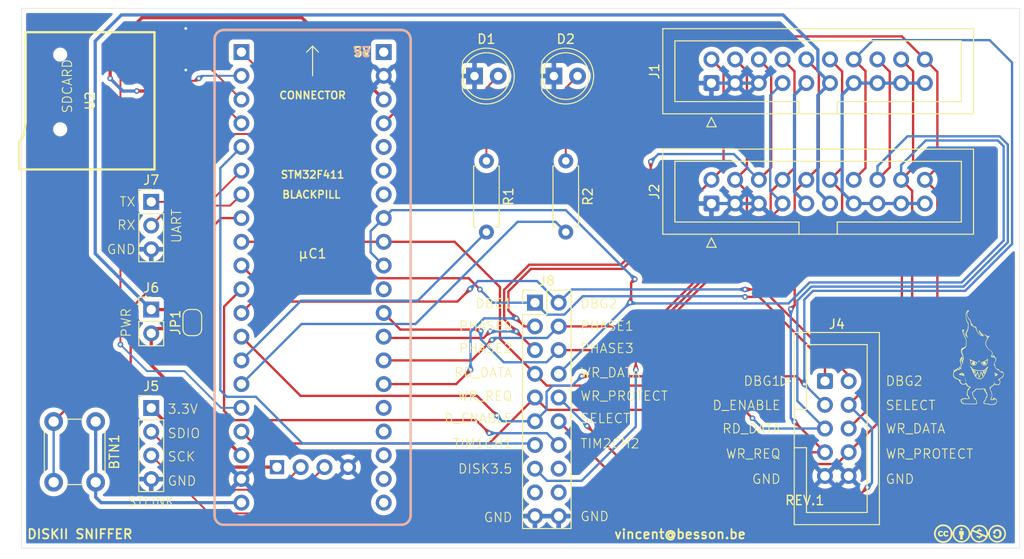
<source format=kicad_pcb>
(kicad_pcb (version 20240108) (generator "pcbnew") (generator_version "8.0")
  (layers (0 "F.Cu" signal) (31 "B.Cu" signal) (34 "B.Paste" user) (35 "F.Paste" user) (36 "B.SilkS" user "B.Silkscreen") (37 "F.SilkS" user "F.Silkscreen") (38 "B.Mask" user) (39 "F.Mask" user) (44 "Edge.Cuts" user))
  (net 0 "")
  (net 1 "PHASE1")
  (net 2 "PHASE3")
  (net 3 "A2_VCC")
  (net 4 "DEVICE_ENABLE")
  (net 5 "GND")
  (net 6 "P12")
  (net 7 "WR_REQ")
  (net 8 "RD_DATA")
  (net 9 "WR_PROTECT")
  (net 10 "DISK3.5")
  (net 11 "SELECT")
  (net 12 "TIM2ETR")
  (net 13 "PHASE0")
  (net 14 "PHASE2")
  (net 15 "M12")
  (net 16 "DEBUG1")
  (net 17 "DEBUG2")
  (net 18 "SCK")
  (net 19 "SDIO")
  (net 20 "+3.3V")
  (net 21 "PWR_IN")
  (net 22 "UART_RX")
  (net 23 "UART_TX")
  (net 24 "BTN1")
  (net 25 "3.3V")
  (net 26 "SPI_NSS")
  (net 27 "SD_EJECT")
  (net 28 "SPI_SCK")
  (net 29 "SPI_MOSI")
  (net 30 "SPI_MISO")
  (net 33 "TIM2CH2")
  (net 34 "LED1")
  (net 39 "TIM1CH1")
  (net 41 "LED2")
  (net 47 "Net-(D1-A)")
  (net 48 "Net-(D2-A)")
  (footprint "Connector_IDC:IDC-Header_2x10_P2.54mm_Vertical" (layer "F.Cu") (at 136.9 74.8 90)
    (property "Reference" "J2")
    (property "Value" "APPLE_SDISKII")
  )
  (footprint "LOGO" (layer "F.Cu") (at 165.7 110.151562)
    (property "Reference" " ")
    (property "Value" "LOGO" (hide yes))
  )
  (footprint "Button_Switch_THT:SW_PUSH_6mm" (layer "F.Cu") (at 70.95 98.15 -90)
    (property "Reference" "BTN1")
    (property "Value" "SW_Push")
  )
  (footprint "Resistor_THT:R_Axial_DIN0207_L6.3mm_D2.5mm_P7.62mm_Horizontal" (layer "F.Cu") (at 112.8 70.2375 -90)
    (property "Reference" "R1")
    (property "Value" "68R")
  )
  (footprint "Connector_PinHeader_2.54mm:PinHeader_2x10_P2.54mm_Vertical" (layer "F.Cu") (at 118 85.42)
    (property "Reference" "J8")
    (property "Value" "APPLE_SDISKII")
  )
  (footprint "Connector_PinHeader_2.54mm:PinHeader_1x03_P2.54mm_Vertical" (layer "F.Cu") (at 76.9 74.62)
    (property "Reference" "J7")
    (property "Value" "UART")
  )
  (footprint "Jumper:SolderJumper-2_P1.3mm_Open_RoundedPad1.0x1.5mm" (layer "F.Cu") (at 81.3 87.55 90)
    (property "Reference" "JP1")
    (property "Value" "SPST")
  )
  (footprint "Connector_PinHeader_2.54mm:PinHeader_1x04_P2.54mm_Vertical" (layer "F.Cu") (at 76.9 96.7)
    (property "Reference" "J5")
    (property "Value" "STLINK")
  )
  (footprint "sdisk_stm32:GCT-MEM2055-00-190-01-A" (layer "F.Cu") (at 78.45 63.8 90)
    (property "Reference" "U2")
    (property "Value" "MicroSD_SPI_CD")
  )
  (footprint "Stm32F411:snap" (layer "F.Cu") (at 165.59842 91.979603)
    (property "Reference" "G***" (hide yes))
    (property "Value" "LOGO" (hide yes))
  )
  (footprint "LED_THT:LED_D5.0mm" (layer "F.Cu") (at 111.525 61.1475)
    (property "Reference" "D1")
    (property "Value" "LED")
  )
  (footprint "acheron_Hardware.pretty-master:Mini_F4X1_STM32_VIB" (layer "F.Cu") (at 94.18 82.71)
    (property "Reference" "μC1")
    (property "Value" "BlackPill STMF4X1" (hide yes))
  )
  (footprint "Connector_IDC:IDC-Header_2x10_P2.54mm_Vertical" (layer "F.Cu") (at 136.9 61.9 90)
    (property "Reference" "J1")
    (property "Value" "APPLE_SDISKII")
  )
  (footprint "LED_THT:LED_D5.0mm" (layer "F.Cu") (at 120.025 61.1475)
    (property "Reference" "D2")
    (property "Value" "LED")
  )
  (footprint "Resistor_THT:R_Axial_DIN0207_L6.3mm_D2.5mm_P7.62mm_Horizontal" (layer "F.Cu") (at 121.3 70.2375 -90)
    (property "Reference" "R2")
    (property "Value" "68R")
  )
  (footprint "Connector_IDC:IDC-Header_2x05_P2.54mm_Vertical" (layer "F.Cu") (at 149.06 93.82)
    (property "Reference" "J4")
    (property "Value" "Conn_02x05_Odd_Even")
  )
  (footprint "Connector_PinHeader_2.54mm:PinHeader_1x02_P2.54mm_Vertical" (layer "F.Cu") (at 76.9 86.16)
    (property "Reference" "J6")
    (property "Value" "PWR")
  )
  (gr_rect (start 63 53.9) (end 169.9 111.7) (stroke (width 0.05)) (fill none) (layer "Edge.Cuts"))
  (gr_text "RD_DATA" (at 138 99.5 0) (layer "F.SilkS") (effects (font (size 1 1) (thickness 0.1)) (justify left bottom)))
  (gr_text "SCK" (at 78.6 102.5 0) (layer "F.SilkS") (effects (font (size 1 1) (thickness 0.1)) (justify left bottom)))
  (gr_text "DBG2\n" (at 155.5 94.4 0) (layer "F.SilkS") (effects (font (size 1 1) (thickness 0.1)) (justify left bottom)))
  (gr_text "PHASE2" (at 109.795237 90.9 0) (layer "F.SilkS") (effects (font (size 1 1) (thickness 0.1)) (justify left bottom)))
  (gr_text "PHASE3" (at 122.8 90.9 0) (layer "F.SilkS") (effects (font (size 1 1) (thickness 0.1)) (justify left bottom)))
  (gr_text "DISKII SNIFFER" (at 75 110.8 0) (layer "F.SilkS") (effects (font (size 1 1) (thickness 0.1875)) (justify right bottom)))
  (gr_text "D_ENABLE" (at 136.952381 97 0) (layer "F.SilkS") (effects (font (size 1 1) (thickness 0.1)) (justify left bottom)))
  (gr_text "SDCARD" (at 68.5 65.2 90) (layer "F.SilkS") (effects (font (size 1 1) (thickness 0.1)) (justify left bottom)))
  (gr_text "DBG1\n" (at 140.285715 94.4 0) (layer "F.SilkS") (effects (font (size 1 1) (thickness 0.1)) (justify left bottom)))
  (gr_text "TX" (at 73.433333 75.2 0) (layer "F.SilkS") (effects (font (size 1 1) (thickness 0.1)) (justify left bottom)))
  (gr_text "DISK3.5" (at 109.7 103.8 0) (layer "F.SilkS") (effects (font (size 1 1) (thickness 0.1)) (justify left bottom)))
  (gr_text "GND" (at 141.190477 104.9 0) (layer "F.SilkS") (effects (font (size 1 1) (thickness 0.1)) (justify left bottom)))
  (gr_text "PWR" (at 74.8 89.2 90) (layer "F.SilkS") (effects (font (size 1 1) (thickness 0.1)) (justify left bottom)))
  (gr_text "PHASE1" (at 122.8 88.5 0) (layer "F.SilkS") (effects (font (size 1 1) (thickness 0.1)) (justify left bottom)))
  (gr_text "D_ENABLE" (at 108.223808 98.4 0) (layer "F.SilkS") (effects (font (size 1 1) (thickness 0.1)) (justify left bottom)))
  (gr_text "GND" (at 78.6 105.1 0) (layer "F.SilkS") (effects (font (size 1 1) (thickness 0.1)) (justify left bottom)))
  (gr_text "PHASE0" (at 109.795237 88.5 0) (layer "F.SilkS") (effects (font (size 1 1) (thickness 0.1)) (justify left bottom)))
  (gr_text "TIM2CH2" (at 122.8 101.1 0) (layer "F.SilkS") (effects (font (size 1 1) (thickness 0.1)) (justify left bottom)))
  (gr_text "WR_REQ\n" (at 109.65238 96 0) (layer "F.SilkS") (effects (font (size 1 1) (thickness 0.1)) (justify left bottom)))
  (gr_text "3.3V" (at 78.6 97.4 0) (layer "F.SilkS") (effects (font (size 1 1) (thickness 0.1)) (justify left bottom)))
  (gr_text "SELECT" (at 122.8 98.4 0) (layer "F.SilkS") (effects (font (size 1 1) (thickness 0.1)) (justify left bottom)))
  (gr_text "SDIO" (at 78.6 100 0) (layer "F.SilkS") (effects (font (size 1 1) (thickness 0.1)) (justify left bottom)))
  (gr_text "UART" (at 80.2 79.1 90) (layer "F.SilkS") (effects (font (size 1 1) (thickness 0.1)) (justify left bottom)))
  (gr_text "WR_DATA" (at 155.5 99.5 0) (layer "F.SilkS") (effects (font (size 1 1) (thickness 0.1)) (justify left bottom)))
  (gr_text "GND" (at 122.8 108.9 0) (layer "F.SilkS") (effects (font (size 1 1) (thickness 0.1)) (justify left bottom)))
  (gr_text "TIM1CH1" (at 109.17619 101.1 0) (layer "F.SilkS") (effects (font (size 1 1) (thickness 0.1)) (justify left bottom)))
  (gr_text "WR_PROTECT" (at 122.8 96 0) (layer "F.SilkS") (effects (font (size 1 1) (thickness 0.1)) (justify left bottom)))
  (gr_text "WR_REQ" (at 138.380953 102.2 0) (layer "F.SilkS") (effects (font (size 1 1) (thickness 0.1)) (justify left bottom)))
  (gr_text "GND" (at 155.5 104.9 0) (layer "F.SilkS") (effects (font (size 1 1) (thickness 0.1)) (justify left bottom)))
  (gr_text "RX" (at 73.195238 77.7 0) (layer "F.SilkS") (effects (font (size 1 1) (thickness 0.1)) (justify left bottom)))
  (gr_text "WR_PROTECT" (at 155.5 102.2 0) (layer "F.SilkS") (effects (font (size 1 1) (thickness 0.1)) (justify left bottom)))
  (gr_text "WR_DATA" (at 122.8 93.5 0) (layer "F.SilkS") (effects (font (size 1 1) (thickness 0.1)) (justify left bottom)))
  (gr_text "DBG2" (at 122.8 86.1 0) (layer "F.SilkS") (effects (font (size 1 1) (thickness 0.1)) (justify left bottom)))
  (gr_text "GND" (at 112.461904 109 0) (layer "F.SilkS") (effects (font (size 1 1) (thickness 0.1)) (justify left bottom)))
  (gr_text "DBG1\n" (at 111.557142 86.1 0) (layer "F.SilkS") (effects (font (size 1 1) (thickness 0.1)) (justify left bottom)))
  (gr_text "REV.1" (at 146.9 106.6 0) (layer "F.SilkS") (effects (font (size 1 1))))
  (gr_text "SELECT" (at 155.5 97 0) (layer "F.SilkS") (effects (font (size 1 1) (thickness 0.1)) (justify left bottom)))
  (gr_text "RD_DATA" (at 109.271427 93.5 0) (layer "F.SilkS") (effects (font (size 1 1) (thickness 0.1)) (justify left bottom)))
  (gr_text "GND" (at 72.1 80.3 0) (layer "F.SilkS") (effects (font (size 1 1) (thickness 0.1)) (justify left bottom)))
  (gr_text "STLINK" (at 74.3 107.3 0) (layer "F.SilkS") (effects (font (size 1 1) (thickness 0.1)) (justify left bottom)))
  (gr_text "vincent@besson.be" (at 126.4 110.8 0) (layer "F.SilkS") (effects (font (size 1 1) (thickness 0.1875)) (justify left bottom)))
  (segment (start 113.4 89.4) (end 111.2 91.6) (width 0.25) (layer "F.Cu") (net 1))
  (segment (start 139.44 72.26) (end 140.7 73.52) (width 0.25) (layer "F.Cu") (net 1))
  (segment (start 111.2 91.6) (end 101.8 91.6) (width 0.25) (layer "F.Cu") (net 1))
  (segment (start 130.303604 87.96) (end 120.54 87.96) (width 0.25) (layer "F.Cu") (net 1))
  (segment (start 140.7 73.52) (end 140.7 77.563604) (width 0.25) (layer "F.Cu") (net 1))
  (segment (start 139.44 59.36) (end 140.7 60.62) (width 0.25) (layer "F.Cu") (net 1))
  (segment (start 140.7 60.62) (end 140.7 71) (width 0.25) (layer "F.Cu") (net 1))
  (segment (start 140.7 71) (end 139.44 72.26) (width 0.25) (layer "F.Cu") (net 1))
  (segment (start 140.7 77.563604) (end 130.303604 87.96) (width 0.25) (layer "F.Cu") (net 1))
  (via (at 113.4 89.4) (size 0.6) (drill 0.3) (layers "F.Cu" "B.Cu") (net 1))
  (segment (start 119.3 89.2) (end 120.54 87.96) (width 0.25) (layer "B.Cu") (net 1))
  (segment (start 113.6 89.2) (end 119.3 89.2) (width 0.25) (layer "B.Cu") (net 1))
  (segment (start 113.4 89.4) (end 113.6 89.2) (width 0.25) (layer "B.Cu") (net 1))
  (segment (start 112.2 88.46) (end 112.04 88.3) (width 0.25) (layer "F.Cu") (net 2))
  (segment (start 128.4 90.5) (end 120.54 90.5) (width 0.25) (layer "F.Cu") (net 2))
  (segment (start 145.8 60.64) (end 145.8 70.98) (width 0.25) (layer "F.Cu") (net 2))
  (segment (start 143.245676 75.654324) (end 128.4 90.5) (width 0.25) (layer "F.Cu") (net 2))
  (segment (start 103.58 88.3) (end 101.8 86.52) (width 0.25) (layer "F.Cu") (net 2))
  (segment (start 143.245676 73.534324) (end 143.245676 75.654324) (width 0.25) (layer "F.Cu") (net 2))
  (segment (start 144.52 72.26) (end 143.245676 73.534324) (width 0.25) (layer "F.Cu") (net 2))
  (segment (start 144.52 59.36) (end 145.8 60.64) (width 0.25) (layer "F.Cu") (net 2))
  (segment (start 112.04 88.3) (end 103.58 88.3) (width 0.25) (layer "F.Cu") (net 2))
  (segment (start 145.8 70.98) (end 144.52 72.26) (width 0.25) (layer "F.Cu") (net 2))
  (via (at 112.2 88.46) (size 0.6) (drill 0.3) (layers "F.Cu" "B.Cu") (net 2))
  (segment (start 114.651471 91.8) (end 119.24 91.8) (width 0.25) (layer "B.Cu") (net 2))
  (segment (start 112.2 89.348529) (end 114.651471 91.8) (width 0.25) (layer "B.Cu") (net 2))
  (segment (start 112.2 88.46) (end 112.2 89.348529) (width 0.25) (layer "B.Cu") (net 2))
  (segment (start 119.24 91.8) (end 120.54 90.5) (width 0.25) (layer "B.Cu") (net 2))
  (segment (start 76.9 86.16) (end 80.56 86.16) (width 0.35) (layer "F.Cu") (net 3))
  (segment (start 80.56 86.16) (end 81.3 86.9) (width 0.35) (layer "F.Cu") (net 3))
  (segment (start 148.3 58.324656) (end 144.575344 54.6) (width 0.35) (layer "B.Cu") (net 3))
  (segment (start 144.575344 54.6) (end 73.7 54.6) (width 0.35) (layer "B.Cu") (net 3))
  (segment (start 148.3 73.5) (end 149.6 74.8) (width 0.35) (layer "B.Cu") (net 3))
  (segment (start 148.3 60.6) (end 148.3 58.324656) (width 0.35) (layer "B.Cu") (net 3))
  (segment (start 148.45 63.05) (end 148.3 63.2) (width 0.35) (layer "B.Cu") (net 3))
  (segment (start 70.9 80.16) (end 76.9 86.16) (width 0.35) (layer "B.Cu") (net 3))
  (segment (start 70.9 57.4) (end 70.9 80.16) (width 0.35) (layer "B.Cu") (net 3))
  (segment (start 149.6 61.9) (end 148.3 60.6) (width 0.35) (layer "B.Cu") (net 3))
  (segment (start 149.6 61.9) (end 148.45 63.05) (width 0.35) (layer "B.Cu") (net 3))
  (segment (start 73.7 54.6) (end 70.9 57.4) (width 0.35) (layer "B.Cu") (net 3))
  (segment (start 148.3 63.2) (end 148.3 73.5) (width 0.35) (layer "B.Cu") (net 3))
  (segment (start 92.9 95.4) (end 86.56 89.06) (width 0.25) (layer "F.Cu") (net 4))
  (segment (start 146 93.3) (end 123 93.3) (width 0.25) (layer "F.Cu") (net 4))
  (segment (start 113.9 97.5) (end 111.8 95.4) (width 0.25) (layer "F.Cu") (net 4))
  (segment (start 146.85 94.15) (end 146 93.3) (width 0.25) (layer "F.Cu") (net 4))
  (segment (start 153.4 71) (end 152.14 72.26) (width 0.25) (layer "F.Cu") (net 4))
  (segment (start 111.8 95.4) (end 92.9 95.4) (width 0.25) (layer "F.Cu") (net 4))
  (segment (start 152.14 59.36) (end 153.4 60.62) (width 0.25) (layer "F.Cu") (net 4))
  (segment (start 153.4 60.62) (end 153.4 71) (width 0.25) (layer "F.Cu") (net 4))
  (via (at 113.9 97.5) (size 0.6) (drill 0.3) (layers "F.Cu" "B.Cu") (net 4))
  (via (at 146.85 94.15) (size 0.6) (drill 0.3) (layers "F.Cu" "B.Cu") (net 4))
  (via (at 123 93.3) (size 0.6) (drill 0.3) (layers "F.Cu" "B.Cu") (net 4))
  (segment (start 118 98.12) (end 114.52 98.12) (width 0.25) (layer "B.Cu") (net 4))
  (segment (start 122 94.3) (end 123 93.3) (width 0.25) (layer "B.Cu") (net 4))
  (segment (start 119.9 94.3) (end 122 94.3) (width 0.25) (layer "B.Cu") (net 4))
  (segment (start 169.1 79.133855) (end 164.083855 84.15) (width 0.25) (layer "B.Cu") (net 4))
  (segment (start 169.1 59.7) (end 169.1 79.133855) (width 0.25) (layer "B.Cu") (net 4))
  (segment (start 164.083855 84.15) (end 147.786396 84.15) (width 0.25) (layer "B.Cu") (net 4))
  (segment (start 119.244909 96.875091) (end 119.244909 94.955091) (width 0.25) (layer "B.Cu") (net 4))
  (segment (start 146.85 85.086396) (end 146.85 94.15) (width 0.25) (layer "B.Cu") (net 4))
  (segment (start 119.244909 94.955091) (end 119.9 94.3) (width 0.25) (layer "B.Cu") (net 4))
  (segment (start 147.786396 84.15) (end 146.85 85.086396) (width 0.25) (layer "B.Cu") (net 4))
  (segment (start 152.14 59.36) (end 154.2 57.3) (width 0.25) (layer "B.Cu") (net 4))
  (segment (start 114.52 98.12) (end 113.9 97.5) (width 0.25) (layer "B.Cu") (net 4))
  (segment (start 118 98.12) (end 119.244909 96.875091) (width 0.25) (layer "B.Cu") (net 4))
  (segment (start 154.2 57.3) (end 166.7 57.3) (width 0.25) (layer "B.Cu") (net 4))
  (segment (start 146.85 94.15) (end 149.06 96.36) (width 0.25) (layer "B.Cu") (net 4))
  (segment (start 166.7 57.3) (end 169.1 59.7) (width 0.25) (layer "B.Cu") (net 4))
  (segment (start 80.6 56.05) (end 80.65 56.05) (width 0.25) (layer "F.Cu") (net 5))
  (segment (start 77.65 60.55) (end 80.55 60.55) (width 0.35) (layer "F.Cu") (net 5))
  (segment (start 80.55 60.55) (end 80.6 60.5) (width 0.2) (layer "F.Cu") (net 5))
  (segment (start 77.05 56.05) (end 80.6 56.05) (width 0.25) (layer "F.Cu") (net 5))
  (via (at 80.6 56.05) (size 0.6) (drill 0.3) (layers "F.Cu" "B.Cu") (net 5))
  (via (at 80.6 60.5) (size 0.6) (drill 0.3) (layers "F.Cu" "B.Cu") (net 5))
  (segment (start 136.9 74.8) (end 141.98 74.8) (width 0.35) (layer "B.Cu") (net 5))
  (segment (start 136.9 61.9) (end 141.98 61.9) (width 0.35) (layer "B.Cu") (net 5))
  (segment (start 152.14 61.9) (end 150.9 63.14) (width 0.35) (layer "B.Cu") (net 6))
  (segment (start 152.14 74.8) (end 159.76 74.8) (width 0.35) (layer "B.Cu") (net 6))
  (segment (start 154.68 61.9) (end 159.76 61.9) (width 0.35) (layer "B.Cu") (net 6))
  (segment (start 150.9 73.56) (end 152.14 74.8) (width 0.35) (layer "B.Cu") (net 6))
  (segment (start 154.68 61.9) (end 152.14 61.9) (width 0.35) (layer "B.Cu") (net 6))
  (segment (start 150.9 63.14) (end 150.9 73.56) (width 0.35) (layer "B.Cu") (net 6))
  (segment (start 143.414303 101.44) (end 149.06 101.44) (width 0.25) (layer "F.Cu") (net 7))
  (segment (start 113.08 100.5) (end 87.84 100.5) (width 0.25) (layer "F.Cu") (net 7))
  (segment (start 148.4 70.92) (end 147.06 72.26) (width 0.25) (layer "F.Cu") (net 7))
  (segment (start 138.874303 96.9) (end 143.414303 101.44) (width 0.25) (layer "F.Cu") (net 7))
  (segment (start 147.06 59.36) (end 148.4 60.7) (width 0.25) (layer "F.Cu") (net 7))
  (segment (start 118 95.58) (end 119.32 96.9) (width 0.25) (layer "F.Cu") (net 7))
  (segment (start 145.818432 73.501568) (end 145.818432 85.681568) (width 0.25) (layer "F.Cu") (net 7))
  (segment (start 87.84 100.5) (end 86.56 99.22) (width 0.25) (layer "F.Cu") (net 7))
  (segment (start 147.06 72.26) (end 145.818432 73.501568) (width 0.25) (layer "F.Cu") (net 7))
  (segment (start 148.4 60.7) (end 148.4 70.92) (width 0.25) (layer "F.Cu") (net 7))
  (segment (start 145.818432 85.681568) (end 145.4 86.1) (width 0.25) (layer "F.Cu") (net 7))
  (segment (start 145.8 98.18) (end 149.06 101.44) (width 0.25) (layer "F.Cu") (net 7))
  (segment (start 119.32 96.9) (end 138.874303 96.9) (width 0.25) (layer "F.Cu") (net 7))
  (segment (start 118 95.58) (end 113.08 100.5) (width 0.25) (layer "F.Cu") (net 7))
  (via (at 145.4 86.1) (size 0.6) (drill 0.3) (layers "F.Cu" "B.Cu") (net 7))
  (via (at 145.8 98.18) (size 0.6) (drill 0.3) (layers "F.Cu" "B.Cu") (net 7))
  (segment (start 145.4 97.78) (end 145.4 86.1) (width 0.25) (layer "B.Cu") (net 7))
  (segment (start 145.8 98.18) (end 145.4 97.78) (width 0.25) (layer "B.Cu") (net 7))
  (segment (start 154.68 59.36) (end 156 60.68) (width 0.25) (layer "F.Cu") (net 8))
  (segment (start 156 70.94) (end 154.68 72.26) (width 0.25) (layer "F.Cu") (net 8))
  (segment (start 119.26 94.3) (end 137.8 94.3) (width 0.25) (layer "F.Cu") (net 8))
  (segment (start 101.8 78.9) (end 86.56 78.9) (width 0.25) (layer "F.Cu") (net 8))
  (segment (start 156 60.68) (end 156 70.94) (width 0.25) (layer "F.Cu") (net 8))
  (segment (start 114.25 83.75) (end 109.4 78.9) (width 0.25) (layer "F.Cu") (net 8))
  (segment (start 118 93.04) (end 114.25 89.29) (width 0.25) (layer "F.Cu") (net 8))
  (segment (start 118 93.04) (end 119.26 94.3) (width 0.25) (layer "F.Cu") (net 8))
  (segment (start 109.4 78.9) (end 101.8 78.9) (width 0.25) (layer "F.Cu") (net 8))
  (segment (start 137.8 94.3) (end 141.3 97.8) (width 0.25) (layer "F.Cu") (net 8))
  (segment (start 114.25 89.29) (end 114.25 83.75) (width 0.25) (layer "F.Cu") (net 8))
  (via (at 141.3 97.8) (size 0.6) (drill 0.3) (layers "F.Cu" "B.Cu") (net 8))
  (segment (start 157.9 67.6) (end 167.765685 67.6) (width 0.25) (layer "B.Cu") (net 8))
  (segment (start 142.4 98.9) (end 141.3 97.8) (width 0.25) (layer "B.Cu") (net 8))
  (segment (start 154.68 72.26) (end 154.68 70.82) (width 0.25) (layer "B.Cu") (net 8))
  (segment (start 149.06 98.9) (end 142.4 98.9) (width 0.25) (layer "B.Cu") (net 8))
  (segment (start 146.1 85.2) (end 146.1 95.94) (width 0.25) (layer "B.Cu") (net 8))
  (segment (start 167.765685 67.6) (end 168.65 68.484315) (width 0.25) (layer "B.Cu") (net 8))
  (segment (start 168.65 78.947459) (end 163.897459 83.7) (width 0.25) (layer "B.Cu") (net 8))
  (segment (start 163.897459 83.7) (end 147.6 83.7) (width 0.25) (layer "B.Cu") (net 8))
  (segment (start 168.65 68.484315) (end 168.65 78.947459) (width 0.25) (layer "B.Cu") (net 8))
  (segment (start 146.1 95.94) (end 149.06 98.9) (width 0.25) (layer "B.Cu") (net 8))
  (segment (start 154.68 70.82) (end 157.9 67.6) (width 0.25) (layer "B.Cu") (net 8))
  (segment (start 147.6 83.7) (end 146.1 85.2) (width 0.25) (layer "B.Cu") (net 8))
  (segment (start 159.76 59.36) (end 157.3 56.9) (width 0.25) (layer "F.Cu") (net 9))
  (segment (start 127.66 102.7) (end 150.34 102.7) (width 0.25) (layer "F.Cu") (net 9))
  (segment (start 159.76 72.26) (end 161.1 73.6) (width 0.25) (layer "F.Cu") (net 9))
  (segment (start 161.1 91.94) (end 151.6 101.44) (width 0.25) (layer "F.Cu") (net 9))
  (segment (start 150.34 102.7) (end 151.6 101.44) (width 0.25) (layer "F.Cu") (net 9))
  (segment (start 161.1 70.92) (end 159.76 72.26) (width 0.25) (layer "F.Cu") (net 9))
  (segment (start 123.58 98.62) (end 127.66 102.7) (width 0.25) (layer "F.Cu") (net 9))
  (segment (start 159.76 59.36) (end 161.1 60.7) (width 0.25) (layer "F.Cu") (net 9))
  (segment (start 161.1 60.7) (end 161.1 70.92) (width 0.25) (layer "F.Cu") (net 9))
  (segment (start 111.1 56.9) (end 101.8 66.2) (width 0.25) (layer "F.Cu") (net 9))
  (segment (start 161.1 73.6) (end 161.1 91.94) (width 0.25) (layer "F.Cu") (net 9))
  (segment (start 157.3 56.9) (end 111.1 56.9) (width 0.25) (layer "F.Cu") (net 9))
  (via (at 123.58 98.62) (size 0.6) (drill 0.3) (layers "F.Cu" "B.Cu") (net 9))
  (segment (start 123.58 98.62) (end 120.54 95.58) (width 0.25) (layer "B.Cu") (net 9))
  (segment (start 128.8 90.736396) (end 144.52 75.016396) (width 0.25) (layer "F.Cu") (net 10))
  (segment (start 128.8 92.6) (end 128.8 90.736396) (width 0.25) (layer "F.Cu") (net 10))
  (segment (start 144.52 75.016396) (end 144.52 74.8) (width 0.25) (layer "F.Cu") (net 10))
  (via (at 128.8 92.6) (size 0.6) (drill 0.3) (layers "F.Cu" "B.Cu") (net 10))
  (segment (start 143.2 63.22) (end 143.2 73.48) (width 0.25) (layer "B.Cu") (net 10))
  (segment (start 144.52 61.9) (end 143.2 63.22) (width 0.25) (layer "B.Cu") (net 10))
  (segment (start 143.2 73.48) (end 144.52 74.8) (width 0.25) (layer "B.Cu") (net 10))
  (segment (start 128.8 92.6) (end 128.8 98.7) (width 0.25) (layer "B.Cu") (net 10))
  (segment (start 119.3 104.5) (end 118 103.2) (width 0.25) (layer "B.Cu") (net 10))
  (segment (start 128.8 98.7) (end 123 104.5) (width 0.25) (layer "B.Cu") (net 10))
  (segment (start 123 104.5) (end 119.3 104.5) (width 0.25) (layer "B.Cu") (net 10))
  (segment (start 150.9 75.7) (end 157.3 82.1) (width 0.25) (layer "F.Cu") (net 11))
  (segment (start 157.3 82.1) (end 157.3 90.66) (width 0.25) (layer "F.Cu") (net 11))
  (segment (start 150.9 60.66) (end 150.9 70.96) (width 0.25) (layer "F.Cu") (net 11))
  (segment (start 128.42 106) (end 120.54 98.12) (width 0.25) (layer "F.Cu") (net 11))
  (segment (start 150.9 73.56) (end 150.9 75.7) (width 0.25) (layer "F.Cu") (net 11))
  (segment (start 149.6 59.36) (end 150.9 60.66) (width 0.25) (layer "F.Cu") (net 11))
  (segment (start 149.6 72.26) (end 150.9 73.56) (width 0.25) (layer "F.Cu") (net 11))
  (segment (start 150.9 70.96) (end 149.6 72.26) (width 0.25) (layer "F.Cu") (net 11))
  (segment (start 153.6 105.2) (end 152.8 106) (width 0.25) (layer "F.Cu") (net 11))
  (segment (start 157.3 90.66) (end 151.6 96.36) (width 0.25) (layer "F.Cu") (net 11))
  (segment (start 152.8 106) (end 128.42 106) (width 0.25) (layer "F.Cu") (net 11))
  (via (at 153.6 105.2) (size 0.6) (drill 0.3) (layers "F.Cu" "B.Cu") (net 11))
  (segment (start 154.1 104.7) (end 154.1 98.86) (width 0.25) (layer "B.Cu") (net 11))
  (segment (start 153.6 105.2) (end 154.1 104.7) (width 0.25) (layer "B.Cu") (net 11))
  (segment (start 154.1 98.86) (end 151.6 96.36) (width 0.25) (layer "B.Cu") (net 11))
  (segment (start 128.3 83.3) (end 128.3 85.3) (width 0.25) (layer "F.Cu") (net 12))
  (segment (start 157.22 59.36) (end 158.5 60.64) (width 0.25) (layer "F.Cu") (net 12))
  (segment (start 158.5 70.98) (end 157.22 72.26) (width 0.25) (layer "F.Cu") (net 12))
  (segment (start 128.7 82.9) (end 128.3 83.3) (width 0.25) (layer "F.Cu") (net 12))
  (segment (start 158.4 73.44) (end 158.4 92.1) (width 0.25) (layer "F.Cu") (net 12))
  (segment (start 157.22 72.26) (end 158.4 73.44) (width 0.25) (layer "F.Cu") (net 12))
  (segment (start 158.5 60.64) (end 158.5 70.98) (width 0.25) (layer "F.Cu") (net 12))
  (segment (start 158.4 92.1) (end 151.6 98.9) (width 0.25) (layer "F.Cu") (net 12))
  (via (at 128.7 82.9) (size 0.6) (drill 0.3) (layers "F.Cu" "B.Cu") (net 12))
  (via (at 128.18 85.4) (size 0.6) (drill 0.3) (layers "F.Cu" "B.Cu") (net 12))
  (segment (start 163.711063 83.25) (end 147.413604 83.25) (width 0.25) (layer "B.Cu") (net 12))
  (segment (start 167.579289 68.05) (end 168.2 68.670711) (width 0.25) (layer "B.Cu") (net 12))
  (segment (start 102.65 75.51) (end 121.31 75.51) (width 0.25) (layer "B.Cu") (net 12))
  (segment (start 168.2 78.761063) (end 163.711063 83.25) (width 0.25) (layer "B.Cu") (net 12))
  (segment (start 168.2 68.670711) (end 168.2 78.761063) (width 0.25) (layer "B.Cu") (net 12))
  (segment (start 128.18 85.4) (end 120.54 93.04) (width 0.25) (layer "B.Cu") (net 12))
  (segment (start 121.31 75.51) (end 128.7 82.9) (width 0.25) (layer "B.Cu") (net 12))
  (segment (start 101.8 76.36) (end 102.65 75.51) (width 0.25) (layer "B.Cu") (net 12))
  (segment (start 101.8 76.36) (end 100.4 77.76) (width 0.25) (layer "B.Cu") (net 12))
  (segment (start 128.28 85.5) (end 128.18 85.4) (width 0.25) (layer "B.Cu") (net 12))
  (segment (start 100.4 77.76) (end 100.4 80.04) (width 0.25) (layer "B.Cu") (net 12))
  (segment (start 145.163604 85.5) (end 128.28 85.5) (width 0.25) (layer "B.Cu") (net 12))
  (segment (start 159.85 68.05) (end 167.579289 68.05) (width 0.25) (layer "B.Cu") (net 12))
  (segment (start 157.22 70.68) (end 159.85 68.05) (width 0.25) (layer "B.Cu") (net 12))
  (segment (start 100.4 80.04) (end 101.8 81.44) (width 0.25) (layer "B.Cu") (net 12))
  (segment (start 157.22 72.26) (end 157.22 70.68) (width 0.25) (layer "B.Cu") (net 12))
  (segment (start 147.413604 83.25) (end 145.163604 85.5) (width 0.25) (layer "B.Cu") (net 12))
  (segment (start 138.2 70.96) (end 136.9 72.26) (width 0.25) (layer "F.Cu") (net 13))
  (segment (start 109.56 94.14) (end 101.8 94.14) (width 0.25) (layer "F.Cu") (net 13))
  (segment (start 138.2 60.66) (end 138.2 70.96) (width 0.25) (layer "F.Cu") (net 13))
  (segment (start 111.1 92.6) (end 109.56 94.14) (width 0.25) (layer "F.Cu") (net 13))
  (segment (start 117.57071 81.8) (end 115.15 84.22071) (width 0.25) (layer "F.Cu") (net 13))
  (segment (start 115.15 86.25) (end 116 87.1) (width 0.25) (layer "F.Cu") (net 13))
  (segment (start 116.86 87.96) (end 118 87.96) (width 0.25) (layer "F.Cu") (net 13))
  (segment (start 116 87.1) (end 116.86 87.96) (width 0.25) (layer "F.Cu") (net 13))
  (segment (start 136.9 59.36) (end 138.2 60.66) (width 0.25) (layer "F.Cu") (net 13))
  (segment (start 115.15 84.22071) (end 115.15 86.25) (width 0.25) (layer "F.Cu") (net 13))
  (segment (start 136.9 72.3) (end 127.4 81.8) (width 0.25) (layer "F.Cu") (net 13))
  (segment (start 136.9 72.26) (end 136.9 72.3) (width 0.25) (layer "F.Cu") (net 13))
  (segment (start 127.4 81.8) (end 117.57071 81.8) (width 0.25) (layer "F.Cu") (net 13))
  (via (at 116 87.1) (size 0.6) (drill 0.3) (layers "F.Cu" "B.Cu") (net 13))
  (via (at 111.1 92.6) (size 0.6) (drill 0.3) (layers "F.Cu" "B.Cu") (net 13))
  (segment (start 112.551471 87.1) (end 111.1 88.551471) (width 0.25) (layer "B.Cu") (net 13))
  (segment (start 111.1 88.551471) (end 111.1 92.6) (width 0.25) (layer "B.Cu") (net 13))
  (segment (start 113.1 87.1) (end 112.551471 87.1) (width 0.25) (layer "B.Cu") (net 13))
  (segment (start 116 87.1) (end 113.1 87.1) (width 0.25) (layer "B.Cu") (net 13))
  (segment (start 141.98 59.36) (end 143.3 60.68) (width 0.25) (layer "F.Cu") (net 14))
  (segment (start 130.4 78.163604) (end 130.4 70.313136) (width 0.25) (layer "F.Cu") (net 14))
  (segment (start 101.94 89.2) (end 101.8 89.06) (width 0.25) (layer "F.Cu") (net 14))
  (segment (start 112.5 89.2) (end 101.94 89.2) (width 0.25) (layer "F.Cu") (net 14))
  (segment (start 118 90.5) (end 116 88.5) (width 0.25) (layer "F.Cu") (net 14))
  (segment (start 130.4 70.313136) (end 130.406568 70.306568) (width 0.25) (layer "F.Cu") (net 14))
  (segment (start 127.213604 81.35) (end 130.4 78.163604) (width 0.25) (layer "F.Cu") (net 14))
  (segment (start 114.7 87.2) (end 114.7 84.034314) (width 0.25) (layer "F.Cu") (net 14))
  (segment (start 116 88.5) (end 114.7 87.2) (width 0.25) (layer "F.Cu") (net 14))
  (segment (start 113.2 88.5) (end 112.5 89.2) (width 0.25) (layer "F.Cu") (net 14))
  (segment (start 114.7 84.034314) (end 117.384314 81.35) (width 0.25) (layer "F.Cu") (net 14))
  (segment (start 143.3 60.68) (end 143.3 70.94) (width 0.25) (layer "F.Cu") (net 14))
  (segment (start 117.384314 81.35) (end 127.213604 81.35) (width 0.25) (layer "F.Cu") (net 14))
  (segment (start 143.3 70.94) (end 141.98 72.26) (width 0.25) (layer "F.Cu") (net 14))
  (via (at 113.2 88.5) (size 0.6) (drill 0.3) (layers "F.Cu" "B.Cu") (net 14))
  (via (at 130.406568 70.306568) (size 0.6) (drill 0.3) (layers "F.Cu" "B.Cu") (net 14))
  (via (at 116 88.5) (size 0.6) (drill 0.3) (layers "F.Cu" "B.Cu") (net 14))
  (segment (start 131.213135 69.5) (end 130.406568 70.306567) (width 0.25) (layer "B.Cu") (net 14))
  (segment (start 130.406568 70.306568) (end 130.406567 70.306568) (width 0.25) (layer "B.Cu") (net 14))
  (segment (start 130.406568 70.306567) (end 130.406568 70.306568) (width 0.25) (layer "B.Cu") (net 14))
  (segment (start 141.98 72.26) (end 140.83 71.11) (width 0.25) (layer "B.Cu") (net 14))
  (segment (start 116 88.5) (end 113.2 88.5) (width 0.25) (layer "B.Cu") (net 14))
  (segment (start 140.83 71.03) (end 139.3 69.5) (width 0.25) (layer "B.Cu") (net 14))
  (segment (start 140.83 71.11) (end 140.83 71.03) (width 0.25) (layer "B.Cu") (net 14))
  (segment (start 139.3 69.5) (end 131.213135 69.5) (width 0.25) (layer "B.Cu") (net 14))
  (segment (start 145.8 63.16) (end 145.8 73.54) (width 0.35) (layer "B.Cu") (net 15))
  (segment (start 147.06 61.9) (end 145.91 63.05) (width 0.35) (layer "B.Cu") (net 15))
  (segment (start 145.8 73.54) (end 145.91 73.65) (width 0.35) (layer "B.Cu") (net 15))
  (segment (start 145.91 63.05) (end 145.8 63.16) (width 0.35) (layer "B.Cu") (net 15))
  (segment (start 145.91 73.65) (end 147.06 74.8) (width 0.35) (layer "B.Cu") (net 15))
  (segment (start 140.5 84.8) (end 142.014314 84.8) (width 0.25) (layer "F.Cu") (net 16))
  (segment (start 87.92 82.8) (end 86.56 81.44) (width 0.25) (layer "F.Cu") (net 16))
  (segment (start 142.014314 84.8) (end 149.06 91.845686) (width 0.25) (layer "F.Cu") (net 16))
  (segment (start 149.06 91.845686) (end 149.06 93.82) (width 0.25) (layer "F.Cu") (net 16))
  (segment (start 112.1 84) (end 110.9 82.8) (width 0.25) (layer "F.Cu") (net 16))
  (segment (start 110.9 82.8) (end 87.92 82.8) (width 0.25) (layer "F.Cu") (net 16))
  (via (at 140.5 84.8) (size 0.6) (drill 0.3) (layers "F.Cu" "B.Cu") (net 16))
  (via (at 112.1 84) (size 0.6) (drill 0.3) (layers "F.Cu" "B.Cu") (net 16))
  (segment (start 113.52 85.42) (end 118 85.42) (width 0.25) (layer "B.Cu") (net 16))
  (segment (start 140.428781 84.728781) (end 123.120771 84.728781) (width 0.25) (layer "B.Cu") (net 16))
  (segment (start 140.5 84.8) (end 140.428781 84.728781) (width 0.25) (layer "B.Cu") (net 16))
  (segment (start 121.149552 86.7) (end 119.28 86.7) (width 0.25) (layer "B.Cu") (net 16))
  (segment (start 123.120771 84.728781) (end 121.149552 86.7) (width 0.25) (layer "B.Cu") (net 16))
  (segment (start 112.1 84) (end 113.52 85.42) (width 0.25) (layer "B.Cu") (net 16))
  (segment (start 119.28 86.7) (end 118 85.42) (width 0.25) (layer "B.Cu") (net 16))
  (segment (start 142.399997 83.999997) (end 151.6 93.2) (width 0.25) (layer "F.Cu") (net 17))
  (segment (start 151.6 93.2) (end 151.6 93.82) (width 0.25) (layer "F.Cu") (net 17))
  (segment (start 87.78 85.3) (end 86.56 86.52) (width 0.25) (layer "F.Cu") (net 17))
  (segment (start 111.05 83.95) (end 109.7 85.3) (width 0.25) (layer "F.Cu") (net 17))
  (segment (start 109.7 85.3) (end 87.78 85.3) (width 0.25) (layer "F.Cu") (net 17))
  (segment (start 140.5 83.999997) (end 142.399997 83.999997) (width 0.25) (layer "F.Cu") (net 17))
  (via (at 140.5 83.999997) (size 0.6) (drill 0.3) (layers "F.Cu" "B.Cu") (net 17))
  (via (at 111.05 83.95) (size 0.6) (drill 0.3) (layers "F.Cu" "B.Cu") (net 17))
  (segment (start 111.05 83.95) (end 111.9 83.1) (width 0.25) (layer "B.Cu") (net 17))
  (segment (start 111.9 83.1) (end 118.22 83.1) (width 0.25) (layer "B.Cu") (net 17))
  (segment (start 140.5 83.999997) (end 140.499997 84) (width 0.25) (layer "B.Cu") (net 17))
  (segment (start 121.96 84) (end 120.54 85.42) (width 0.25) (layer "B.Cu") (net 17))
  (segment (start 118.22 83.1) (end 120.54 85.42) (width 0.25) (layer "B.Cu") (net 17))
  (segment (start 140.499997 84) (end 121.96 84) (width 0.25) (layer "B.Cu") (net 17))
  (segment (start 83.11 107.99) (end 76.9 101.78) (width 0.2) (layer "F.Cu") (net 18))
  (segment (start 95.45 103.03) (end 90.49 107.99) (width 0.2) (layer "F.Cu") (net 18))
  (segment (start 90.49 107.99) (end 83.11 107.99) (width 0.2) (layer "F.Cu") (net 18))
  (segment (start 92.91 103.03) (end 90.49 105.45) (width 0.2) (layer "F.Cu") (net 19))
  (segment (start 83.11 105.45) (end 76.9 99.24) (width 0.2) (layer "F.Cu") (net 19))
  (segment (start 90.49 105.45) (end 83.11 105.45) (width 0.2) (layer "F.Cu") (net 19))
  (segment (start 83.23 103.03) (end 76.9 96.7) (width 0.35) (layer "F.Cu") (net 20))
  (segment (start 93.04 54.9) (end 101.8 63.66) (width 0.35) (layer "F.Cu") (net 20))
  (segment (start 75.35 62.75) (end 77.65 62.75) (width 0.35) (layer "F.Cu") (net 20))
  (segment (start 75.9 54.9) (end 93.04 54.9) (width 0.35) (layer "F.Cu") (net 20))
  (segment (start 72.5 61.4) (end 72.5 58.3) (width 0.35) (layer "F.Cu") (net 20))
  (segment (start 72.5 58.3) (end 75.9 54.9) (width 0.35) (layer "F.Cu") (net 20))
  (segment (start 90.37 103.03) (end 83.23 103.03) (width 0.35) (layer "F.Cu") (net 20))
  (via (at 75.35 62.75) (size 0.6) (drill 0.3) (layers "F.Cu" "B.Cu") (net 20))
  (via (at 72.5 61.4) (size 0.6) (drill 0.3) (layers "F.Cu" "B.Cu") (net 20))
  (segment (start 73.85 62.75) (end 75.35 62.75) (width 0.35) (layer "B.Cu") (net 20))
  (segment (start 72.5 61.4) (end 73.85 62.75) (width 0.35) (layer "B.Cu") (net 20))
  (segment (start 77.5 88.2) (end 81.3 88.2) (width 0.35) (layer "F.Cu") (net 21))
  (segment (start 76.9 88.7) (end 77 88.7) (width 0.2) (layer "F.Cu") (net 21))
  (segment (start 86.56 101.76) (end 76.9 92.1) (width 0.35) (layer "F.Cu") (net 21))
  (segment (start 76.9 92.1) (end 76.9 88.7) (width 0.35) (layer "F.Cu") (net 21))
  (segment (start 77 88.7) (end 77.5 88.2) (width 0.2) (layer "F.Cu") (net 21))
  (segment (start 86.56 73.82) (end 85.36 75.02) (width 0.2) (layer "F.Cu") (net 22))
  (segment (start 85.36 75.02) (end 79.04 75.02) (width 0.2) (layer "F.Cu") (net 22))
  (segment (start 79.04 75.02) (end 76.9 77.16) (width 0.2) (layer "F.Cu") (net 22))
  (segment (start 86.56 71.28) (end 83.22 74.62) (width 0.2) (layer "F.Cu") (net 23))
  (segment (start 83.22 74.62) (end 76.9 74.62) (width 0.2) (layer "F.Cu") (net 23))
  (segment (start 84.4 76.36) (end 86.56 76.36) (width 0.25) (layer "F.Cu") (net 24))
  (segment (start 74.7 92.8) (end 74.7 86.06) (width 0.25) (layer "F.Cu") (net 24))
  (segment (start 74.7 86.06) (end 84.4 76.36) (width 0.25) (layer "F.Cu") (net 24))
  (segment (start 70.3 94.3) (end 73.2 94.3) (width 0.25) (layer "F.Cu") (net 24))
  (segment (start 66.45 98.15) (end 70.3 94.3) (width 0.25) (layer "F.Cu") (net 24))
  (segment (start 73.2 94.3) (end 74.7 92.8) (width 0.25) (layer "F.Cu") (net 24))
  (segment (start 66.45 98.15) (end 66.45 104.65) (width 0.25) (layer "B.Cu") (net 24))
  (segment (start 86.56 106.84) (end 71.54 106.84) (width 0.35) (layer "B.Cu") (net 25))
  (segment (start 70.95 106.25) (end 70.95 104.65) (width 0.35) (layer "B.Cu") (net 25))
  (segment (start 71.54 106.84) (end 70.95 106.25) (width 0.35) (layer "B.Cu") (net 25))
  (segment (start 70.95 104.65) (end 70.95 98.15) (width 0.35) (layer "B.Cu") (net 25))
  (segment (start 88.1 60.12) (end 88.1 66.7) (width 0.2) (layer "F.Cu") (net 26))
  (segment (start 78.3 64.95) (end 77.65 64.95) (width 0.2) (layer "F.Cu") (net 26))
  (segment (start 80.7 67.35) (end 78.3 64.95) (width 0.2) (layer "F.Cu") (net 26))
  (segment (start 87.45 67.35) (end 80.7 67.35) (width 0.2) (layer "F.Cu") (net 26))
  (segment (start 86.56 58.58) (end 88.1 60.12) (width 0.2) (layer "F.Cu") (net 26))
  (segment (start 88.1 66.7) (end 87.45 67.35) (width 0.2) (layer "F.Cu") (net 26))
  (segment (start 76.65 58.35) (end 77.65 58.35) (width 0.2) (layer "F.Cu") (net 27))
  (segment (start 73.6 89.9) (end 73.6 61.4) (width 0.2) (layer "F.Cu") (net 27))
  (segment (start 73.6 61.4) (end 76.65 58.35) (width 0.2) (layer "F.Cu") (net 27))
  (via (at 73.6 89.9) (size 0.6) (drill 0.3) (layers "F.Cu" "B.Cu") (net 27))
  (segment (start 76.45 92.75) (end 80.45 92.75) (width 0.2) (layer "B.Cu") (net 27))
  (segment (start 80.45 92.75) (end 84.38 96.68) (width 0.2) (layer "B.Cu") (net 27))
  (segment (start 84.38 96.68) (end 86.56 96.68) (width 0.2) (layer "B.Cu") (net 27))
  (segment (start 73.6 89.9) (end 76.45 92.75) (width 0.2) (layer "B.Cu") (net 27))
  (segment (start 81.75 61.65) (end 77.65 61.65) (width 0.2) (layer "F.Cu") (net 28))
  (segment (start 82 61.4) (end 81.75 61.65) (width 0.2) (layer "F.Cu") (net 28))
  (via (at 82 61.4) (size 0.6) (drill 0.3) (layers "F.Cu" "B.Cu") (net 28))
  (segment (start 82.28 61.12) (end 82 61.4) (width 0.2) (layer "B.Cu") (net 28))
  (segment (start 86.56 61.12) (end 82.28 61.12) (width 0.2) (layer "B.Cu") (net 28))
  (segment (start 84.21 63.85) (end 77.65 63.85) (width 0.2) (layer "F.Cu") (net 29))
  (segment (start 86.56 66.2) (end 84.21 63.85) (width 0.2) (layer "F.Cu") (net 29))
  (segment (start 82.35 59.45) (end 77.65 59.45) (width 0.2) (layer "F.Cu") (net 30))
  (segment (start 86.56 63.66) (end 82.35 59.45) (width 0.2) (layer "F.Cu") (net 30))
  (segment (start 111.7 98) (end 113.1 99.4) (width 0.25) (layer "F.Cu") (net 33))
  (segment (start 86.56 83.98) (end 84.7 85.84) (width 0.25) (layer "F.Cu") (net 33))
  (segment (start 84.7 97) (end 85.7 98) (width 0.25) (layer "F.Cu") (net 33))
  (segment (start 84.7 85.84) (end 84.7 97) (width 0.25) (layer "F.Cu") (net 33))
  (segment (start 85.7 98) (end 111.7 98) (width 0.25) (layer "F.Cu") (net 33))
  (via (at 113.1 99.4) (size 0.6) (drill 0.3) (layers "F.Cu" "B.Cu") (net 33))
  (segment (start 120.54 100.66) (end 119.28 99.4) (width 0.25) (layer "B.Cu") (net 33))
  (segment (start 119.28 99.4) (end 113.1 99.4) (width 0.25) (layer "B.Cu") (net 33))
  (segment (start 112.8 77.8575) (end 105.4575 85.2) (width 0.25) (layer "B.Cu") (net 34))
  (segment (start 92.96 85.2) (end 86.56 91.6) (width 0.25) (layer "B.Cu") (net 34))
  (segment (start 105.4575 85.2) (end 92.96 85.2) (width 0.25) (layer "B.Cu") (net 34))
  (segment (start 84.3 71) (end 86.56 68.74) (width 0.25) (layer "B.Cu") (net 39))
  (segment (start 93.1 100.5) (end 88.1 95.5) (width 0.25) (layer "B.Cu") (net 39))
  (segment (start 118 100.66) (end 117.84 100.5) (width 0.25) (layer "B.Cu") (net 39))
  (segment (start 117.84 100.5) (end 93.1 100.5) (width 0.25) (layer "B.Cu") (net 39))
  (segment (start 84.3 94.8) (end 84.3 71) (width 0.25) (layer "B.Cu") (net 39))
  (segment (start 85 95.5) (end 84.3 94.8) (width 0.25) (layer "B.Cu") (net 39))
  (segment (start 88.1 95.5) (end 85 95.5) (width 0.25) (layer "B.Cu") (net 39))
  (segment (start 105.2 87.7) (end 93 87.7) (width 0.25) (layer "B.Cu") (net 41))
  (segment (start 93 87.7) (end 86.56 94.14) (width 0.25) (layer "B.Cu") (net 41))
  (segment (start 116.1425 76.7575) (end 105.2 87.7) (width 0.25) (layer "B.Cu") (net 41))
  (segment (start 121.3 77.8575) (end 120.2 76.7575) (width 0.25) (layer "B.Cu") (net 41))
  (segment (start 120.2 76.7575) (end 116.1425 76.7575) (width 0.25) (layer "B.Cu") (net 41))
  (segment (start 112.8 70.2375) (end 112.8 62.4125) (width 0.2) (layer "F.Cu") (net 47))
  (segment (start 112.8 62.4125) (end 114.065 61.1475) (width 0.2) (layer "F.Cu") (net 47))
  (segment (start 121.3 70.2375) (end 121.3 62.4125) (width 0.2) (layer "F.Cu") (net 48))
  (segment (start 121.3 62.4125) (end 122.565 61.1475) (width 0.2) (layer "F.Cu") (net 48))
  (zone (net 5) (net_name "GND") (layer "B.Cu") (connect_pads (clearance 0.5)) (min_thickness 0.25) (fill yes (thermal_gap 0.5) (thermal_bridge_width 0.5))
    (polygon (pts (xy 62.2 53.1) (xy 170.4 53) (xy 170.4 112.9) (xy 62.1 112.2)))
  )
)
</source>
